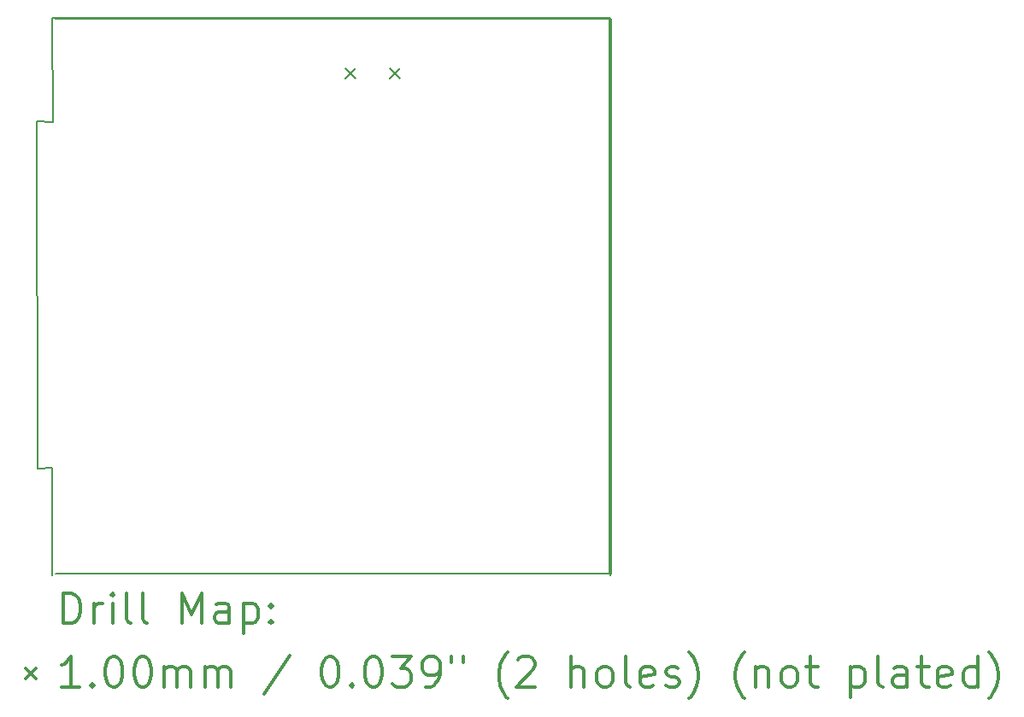
<source format=gbr>
%FSLAX45Y45*%
G04 Gerber Fmt 4.5, Leading zero omitted, Abs format (unit mm)*
G04 Created by KiCad (PCBNEW 4.0.6) date 05/08/17 07:10:59*
%MOMM*%
%LPD*%
G01*
G04 APERTURE LIST*
%ADD10C,0.127000*%
%ADD11C,0.150000*%
%ADD12C,0.200000*%
%ADD13C,0.300000*%
G04 APERTURE END LIST*
D10*
D11*
X20994170Y-8797350D02*
X20834450Y-8787510D01*
X20834450Y-8787510D02*
X20839530Y-12232470D01*
X20839530Y-12232470D02*
X20984330Y-12227930D01*
X20984330Y-12227930D02*
X20984330Y-13294730D01*
X26513530Y-13290290D02*
X26518610Y-7765790D01*
X26518610Y-7765790D02*
X20986870Y-7759450D01*
X20986870Y-7759450D02*
X20994170Y-8797350D01*
X26509810Y-13264390D02*
X26509810Y-7764390D01*
X26513210Y-7761890D02*
X21013210Y-7761890D01*
X26513210Y-13261890D02*
X26513210Y-7761890D01*
X21019610Y-13278290D02*
X26519610Y-13278290D01*
X26519610Y-13278290D02*
X26519610Y-7778290D01*
X26524010Y-7771090D02*
X21024010Y-7771090D01*
X26524010Y-13271090D02*
X26524010Y-7771090D01*
D12*
X23894030Y-8262830D02*
X23994030Y-8362830D01*
X23994030Y-8262830D02*
X23894030Y-8362830D01*
X24334030Y-8262830D02*
X24434030Y-8362830D01*
X24434030Y-8262830D02*
X24334030Y-8362830D01*
D13*
X21098379Y-13767944D02*
X21098379Y-13467944D01*
X21169807Y-13467944D01*
X21212664Y-13482230D01*
X21241236Y-13510801D01*
X21255521Y-13539373D01*
X21269807Y-13596516D01*
X21269807Y-13639373D01*
X21255521Y-13696516D01*
X21241236Y-13725087D01*
X21212664Y-13753659D01*
X21169807Y-13767944D01*
X21098379Y-13767944D01*
X21398379Y-13767944D02*
X21398379Y-13567944D01*
X21398379Y-13625087D02*
X21412664Y-13596516D01*
X21426950Y-13582230D01*
X21455521Y-13567944D01*
X21484093Y-13567944D01*
X21584093Y-13767944D02*
X21584093Y-13567944D01*
X21584093Y-13467944D02*
X21569807Y-13482230D01*
X21584093Y-13496516D01*
X21598379Y-13482230D01*
X21584093Y-13467944D01*
X21584093Y-13496516D01*
X21769807Y-13767944D02*
X21741236Y-13753659D01*
X21726950Y-13725087D01*
X21726950Y-13467944D01*
X21926950Y-13767944D02*
X21898379Y-13753659D01*
X21884093Y-13725087D01*
X21884093Y-13467944D01*
X22269807Y-13767944D02*
X22269807Y-13467944D01*
X22369807Y-13682230D01*
X22469807Y-13467944D01*
X22469807Y-13767944D01*
X22741236Y-13767944D02*
X22741236Y-13610801D01*
X22726950Y-13582230D01*
X22698378Y-13567944D01*
X22641236Y-13567944D01*
X22612664Y-13582230D01*
X22741236Y-13753659D02*
X22712664Y-13767944D01*
X22641236Y-13767944D01*
X22612664Y-13753659D01*
X22598378Y-13725087D01*
X22598378Y-13696516D01*
X22612664Y-13667944D01*
X22641236Y-13653659D01*
X22712664Y-13653659D01*
X22741236Y-13639373D01*
X22884093Y-13567944D02*
X22884093Y-13867944D01*
X22884093Y-13582230D02*
X22912664Y-13567944D01*
X22969807Y-13567944D01*
X22998378Y-13582230D01*
X23012664Y-13596516D01*
X23026950Y-13625087D01*
X23026950Y-13710801D01*
X23012664Y-13739373D01*
X22998378Y-13753659D01*
X22969807Y-13767944D01*
X22912664Y-13767944D01*
X22884093Y-13753659D01*
X23155521Y-13739373D02*
X23169807Y-13753659D01*
X23155521Y-13767944D01*
X23141236Y-13753659D01*
X23155521Y-13739373D01*
X23155521Y-13767944D01*
X23155521Y-13582230D02*
X23169807Y-13596516D01*
X23155521Y-13610801D01*
X23141236Y-13596516D01*
X23155521Y-13582230D01*
X23155521Y-13610801D01*
X20726950Y-14212230D02*
X20826950Y-14312230D01*
X20826950Y-14212230D02*
X20726950Y-14312230D01*
X21255521Y-14397944D02*
X21084093Y-14397944D01*
X21169807Y-14397944D02*
X21169807Y-14097944D01*
X21141236Y-14140801D01*
X21112664Y-14169373D01*
X21084093Y-14183659D01*
X21384093Y-14369373D02*
X21398379Y-14383659D01*
X21384093Y-14397944D01*
X21369807Y-14383659D01*
X21384093Y-14369373D01*
X21384093Y-14397944D01*
X21584093Y-14097944D02*
X21612664Y-14097944D01*
X21641236Y-14112230D01*
X21655521Y-14126516D01*
X21669807Y-14155087D01*
X21684093Y-14212230D01*
X21684093Y-14283659D01*
X21669807Y-14340801D01*
X21655521Y-14369373D01*
X21641236Y-14383659D01*
X21612664Y-14397944D01*
X21584093Y-14397944D01*
X21555521Y-14383659D01*
X21541236Y-14369373D01*
X21526950Y-14340801D01*
X21512664Y-14283659D01*
X21512664Y-14212230D01*
X21526950Y-14155087D01*
X21541236Y-14126516D01*
X21555521Y-14112230D01*
X21584093Y-14097944D01*
X21869807Y-14097944D02*
X21898379Y-14097944D01*
X21926950Y-14112230D01*
X21941236Y-14126516D01*
X21955521Y-14155087D01*
X21969807Y-14212230D01*
X21969807Y-14283659D01*
X21955521Y-14340801D01*
X21941236Y-14369373D01*
X21926950Y-14383659D01*
X21898379Y-14397944D01*
X21869807Y-14397944D01*
X21841236Y-14383659D01*
X21826950Y-14369373D01*
X21812664Y-14340801D01*
X21798379Y-14283659D01*
X21798379Y-14212230D01*
X21812664Y-14155087D01*
X21826950Y-14126516D01*
X21841236Y-14112230D01*
X21869807Y-14097944D01*
X22098379Y-14397944D02*
X22098379Y-14197944D01*
X22098379Y-14226516D02*
X22112664Y-14212230D01*
X22141236Y-14197944D01*
X22184093Y-14197944D01*
X22212664Y-14212230D01*
X22226950Y-14240801D01*
X22226950Y-14397944D01*
X22226950Y-14240801D02*
X22241236Y-14212230D01*
X22269807Y-14197944D01*
X22312664Y-14197944D01*
X22341236Y-14212230D01*
X22355521Y-14240801D01*
X22355521Y-14397944D01*
X22498378Y-14397944D02*
X22498378Y-14197944D01*
X22498378Y-14226516D02*
X22512664Y-14212230D01*
X22541236Y-14197944D01*
X22584093Y-14197944D01*
X22612664Y-14212230D01*
X22626950Y-14240801D01*
X22626950Y-14397944D01*
X22626950Y-14240801D02*
X22641236Y-14212230D01*
X22669807Y-14197944D01*
X22712664Y-14197944D01*
X22741236Y-14212230D01*
X22755521Y-14240801D01*
X22755521Y-14397944D01*
X23341236Y-14083659D02*
X23084093Y-14469373D01*
X23726950Y-14097944D02*
X23755521Y-14097944D01*
X23784093Y-14112230D01*
X23798378Y-14126516D01*
X23812664Y-14155087D01*
X23826950Y-14212230D01*
X23826950Y-14283659D01*
X23812664Y-14340801D01*
X23798378Y-14369373D01*
X23784093Y-14383659D01*
X23755521Y-14397944D01*
X23726950Y-14397944D01*
X23698378Y-14383659D01*
X23684093Y-14369373D01*
X23669807Y-14340801D01*
X23655521Y-14283659D01*
X23655521Y-14212230D01*
X23669807Y-14155087D01*
X23684093Y-14126516D01*
X23698378Y-14112230D01*
X23726950Y-14097944D01*
X23955521Y-14369373D02*
X23969807Y-14383659D01*
X23955521Y-14397944D01*
X23941236Y-14383659D01*
X23955521Y-14369373D01*
X23955521Y-14397944D01*
X24155521Y-14097944D02*
X24184093Y-14097944D01*
X24212664Y-14112230D01*
X24226950Y-14126516D01*
X24241235Y-14155087D01*
X24255521Y-14212230D01*
X24255521Y-14283659D01*
X24241235Y-14340801D01*
X24226950Y-14369373D01*
X24212664Y-14383659D01*
X24184093Y-14397944D01*
X24155521Y-14397944D01*
X24126950Y-14383659D01*
X24112664Y-14369373D01*
X24098378Y-14340801D01*
X24084093Y-14283659D01*
X24084093Y-14212230D01*
X24098378Y-14155087D01*
X24112664Y-14126516D01*
X24126950Y-14112230D01*
X24155521Y-14097944D01*
X24355521Y-14097944D02*
X24541235Y-14097944D01*
X24441235Y-14212230D01*
X24484093Y-14212230D01*
X24512664Y-14226516D01*
X24526950Y-14240801D01*
X24541235Y-14269373D01*
X24541235Y-14340801D01*
X24526950Y-14369373D01*
X24512664Y-14383659D01*
X24484093Y-14397944D01*
X24398378Y-14397944D01*
X24369807Y-14383659D01*
X24355521Y-14369373D01*
X24684093Y-14397944D02*
X24741235Y-14397944D01*
X24769807Y-14383659D01*
X24784093Y-14369373D01*
X24812664Y-14326516D01*
X24826950Y-14269373D01*
X24826950Y-14155087D01*
X24812664Y-14126516D01*
X24798378Y-14112230D01*
X24769807Y-14097944D01*
X24712664Y-14097944D01*
X24684093Y-14112230D01*
X24669807Y-14126516D01*
X24655521Y-14155087D01*
X24655521Y-14226516D01*
X24669807Y-14255087D01*
X24684093Y-14269373D01*
X24712664Y-14283659D01*
X24769807Y-14283659D01*
X24798378Y-14269373D01*
X24812664Y-14255087D01*
X24826950Y-14226516D01*
X24941236Y-14097944D02*
X24941236Y-14155087D01*
X25055521Y-14097944D02*
X25055521Y-14155087D01*
X25498378Y-14512230D02*
X25484093Y-14497944D01*
X25455521Y-14455087D01*
X25441235Y-14426516D01*
X25426950Y-14383659D01*
X25412664Y-14312230D01*
X25412664Y-14255087D01*
X25426950Y-14183659D01*
X25441235Y-14140801D01*
X25455521Y-14112230D01*
X25484093Y-14069373D01*
X25498378Y-14055087D01*
X25598378Y-14126516D02*
X25612664Y-14112230D01*
X25641235Y-14097944D01*
X25712664Y-14097944D01*
X25741235Y-14112230D01*
X25755521Y-14126516D01*
X25769807Y-14155087D01*
X25769807Y-14183659D01*
X25755521Y-14226516D01*
X25584093Y-14397944D01*
X25769807Y-14397944D01*
X26126950Y-14397944D02*
X26126950Y-14097944D01*
X26255521Y-14397944D02*
X26255521Y-14240801D01*
X26241235Y-14212230D01*
X26212664Y-14197944D01*
X26169807Y-14197944D01*
X26141235Y-14212230D01*
X26126950Y-14226516D01*
X26441235Y-14397944D02*
X26412664Y-14383659D01*
X26398378Y-14369373D01*
X26384093Y-14340801D01*
X26384093Y-14255087D01*
X26398378Y-14226516D01*
X26412664Y-14212230D01*
X26441235Y-14197944D01*
X26484093Y-14197944D01*
X26512664Y-14212230D01*
X26526950Y-14226516D01*
X26541235Y-14255087D01*
X26541235Y-14340801D01*
X26526950Y-14369373D01*
X26512664Y-14383659D01*
X26484093Y-14397944D01*
X26441235Y-14397944D01*
X26712664Y-14397944D02*
X26684093Y-14383659D01*
X26669807Y-14355087D01*
X26669807Y-14097944D01*
X26941236Y-14383659D02*
X26912664Y-14397944D01*
X26855521Y-14397944D01*
X26826950Y-14383659D01*
X26812664Y-14355087D01*
X26812664Y-14240801D01*
X26826950Y-14212230D01*
X26855521Y-14197944D01*
X26912664Y-14197944D01*
X26941236Y-14212230D01*
X26955521Y-14240801D01*
X26955521Y-14269373D01*
X26812664Y-14297944D01*
X27069807Y-14383659D02*
X27098378Y-14397944D01*
X27155521Y-14397944D01*
X27184093Y-14383659D01*
X27198378Y-14355087D01*
X27198378Y-14340801D01*
X27184093Y-14312230D01*
X27155521Y-14297944D01*
X27112664Y-14297944D01*
X27084093Y-14283659D01*
X27069807Y-14255087D01*
X27069807Y-14240801D01*
X27084093Y-14212230D01*
X27112664Y-14197944D01*
X27155521Y-14197944D01*
X27184093Y-14212230D01*
X27298378Y-14512230D02*
X27312664Y-14497944D01*
X27341236Y-14455087D01*
X27355521Y-14426516D01*
X27369807Y-14383659D01*
X27384093Y-14312230D01*
X27384093Y-14255087D01*
X27369807Y-14183659D01*
X27355521Y-14140801D01*
X27341236Y-14112230D01*
X27312664Y-14069373D01*
X27298378Y-14055087D01*
X27841236Y-14512230D02*
X27826950Y-14497944D01*
X27798378Y-14455087D01*
X27784093Y-14426516D01*
X27769807Y-14383659D01*
X27755521Y-14312230D01*
X27755521Y-14255087D01*
X27769807Y-14183659D01*
X27784093Y-14140801D01*
X27798378Y-14112230D01*
X27826950Y-14069373D01*
X27841236Y-14055087D01*
X27955521Y-14197944D02*
X27955521Y-14397944D01*
X27955521Y-14226516D02*
X27969807Y-14212230D01*
X27998378Y-14197944D01*
X28041236Y-14197944D01*
X28069807Y-14212230D01*
X28084093Y-14240801D01*
X28084093Y-14397944D01*
X28269807Y-14397944D02*
X28241236Y-14383659D01*
X28226950Y-14369373D01*
X28212664Y-14340801D01*
X28212664Y-14255087D01*
X28226950Y-14226516D01*
X28241236Y-14212230D01*
X28269807Y-14197944D01*
X28312664Y-14197944D01*
X28341236Y-14212230D01*
X28355521Y-14226516D01*
X28369807Y-14255087D01*
X28369807Y-14340801D01*
X28355521Y-14369373D01*
X28341236Y-14383659D01*
X28312664Y-14397944D01*
X28269807Y-14397944D01*
X28455521Y-14197944D02*
X28569807Y-14197944D01*
X28498378Y-14097944D02*
X28498378Y-14355087D01*
X28512664Y-14383659D01*
X28541236Y-14397944D01*
X28569807Y-14397944D01*
X28898378Y-14197944D02*
X28898378Y-14497944D01*
X28898378Y-14212230D02*
X28926950Y-14197944D01*
X28984093Y-14197944D01*
X29012664Y-14212230D01*
X29026950Y-14226516D01*
X29041236Y-14255087D01*
X29041236Y-14340801D01*
X29026950Y-14369373D01*
X29012664Y-14383659D01*
X28984093Y-14397944D01*
X28926950Y-14397944D01*
X28898378Y-14383659D01*
X29212664Y-14397944D02*
X29184093Y-14383659D01*
X29169807Y-14355087D01*
X29169807Y-14097944D01*
X29455521Y-14397944D02*
X29455521Y-14240801D01*
X29441236Y-14212230D01*
X29412664Y-14197944D01*
X29355521Y-14197944D01*
X29326950Y-14212230D01*
X29455521Y-14383659D02*
X29426950Y-14397944D01*
X29355521Y-14397944D01*
X29326950Y-14383659D01*
X29312664Y-14355087D01*
X29312664Y-14326516D01*
X29326950Y-14297944D01*
X29355521Y-14283659D01*
X29426950Y-14283659D01*
X29455521Y-14269373D01*
X29555521Y-14197944D02*
X29669807Y-14197944D01*
X29598379Y-14097944D02*
X29598379Y-14355087D01*
X29612664Y-14383659D01*
X29641236Y-14397944D01*
X29669807Y-14397944D01*
X29884093Y-14383659D02*
X29855521Y-14397944D01*
X29798379Y-14397944D01*
X29769807Y-14383659D01*
X29755521Y-14355087D01*
X29755521Y-14240801D01*
X29769807Y-14212230D01*
X29798379Y-14197944D01*
X29855521Y-14197944D01*
X29884093Y-14212230D01*
X29898379Y-14240801D01*
X29898379Y-14269373D01*
X29755521Y-14297944D01*
X30155521Y-14397944D02*
X30155521Y-14097944D01*
X30155521Y-14383659D02*
X30126950Y-14397944D01*
X30069807Y-14397944D01*
X30041236Y-14383659D01*
X30026950Y-14369373D01*
X30012664Y-14340801D01*
X30012664Y-14255087D01*
X30026950Y-14226516D01*
X30041236Y-14212230D01*
X30069807Y-14197944D01*
X30126950Y-14197944D01*
X30155521Y-14212230D01*
X30269807Y-14512230D02*
X30284093Y-14497944D01*
X30312664Y-14455087D01*
X30326950Y-14426516D01*
X30341236Y-14383659D01*
X30355521Y-14312230D01*
X30355521Y-14255087D01*
X30341236Y-14183659D01*
X30326950Y-14140801D01*
X30312664Y-14112230D01*
X30284093Y-14069373D01*
X30269807Y-14055087D01*
M02*

</source>
